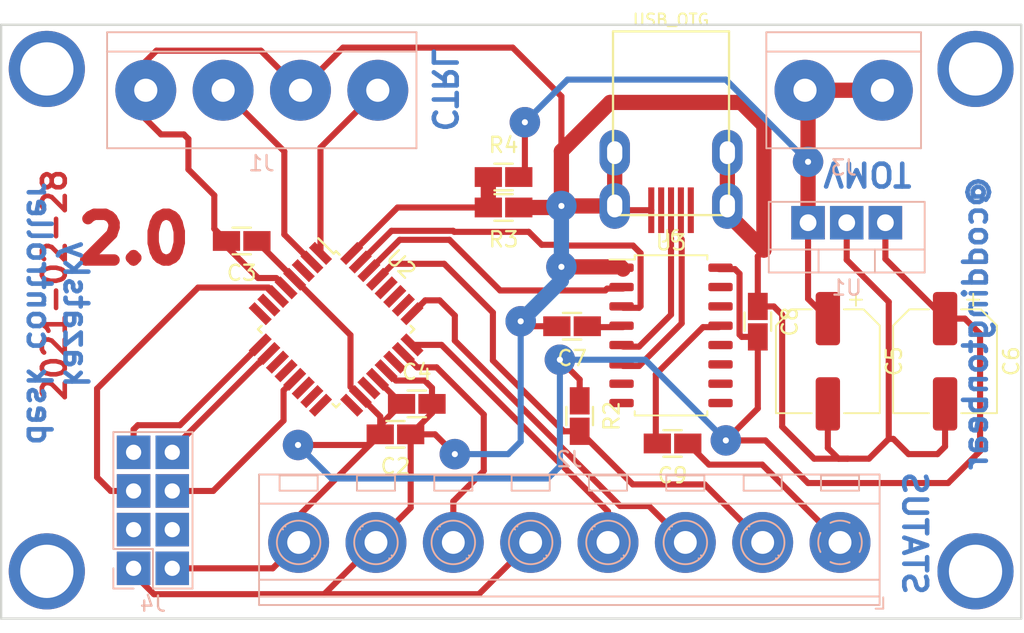
<source format=kicad_pcb>
(kicad_pcb (version 20221018) (generator pcbnew)
  (layers (0 "F.Cu" signal) (31 "B.Cu" signal) (34 "B.Paste" user) (35 "F.Paste" user) (36 "B.SilkS" user "B.Silkscreen") (37 "F.SilkS" user "F.Silkscreen") (38 "B.Mask" user) (39 "F.Mask" user) (44 "Edge.Cuts" user))
  (net 0 "")
  (net 1 "GND")
  (net 2 "+5V")
  (net 3 "Net-(C7-Pad1)")
  (net 4 "Net-(C9-Pad2)")
  (net 5 "USB_RESET")
  (net 6 "CTRL_DOWN")
  (net 7 "+VDC")
  (net 8 "RXD")
  (net 9 "TXD")
  (net 10 "L_EN")
  (net 11 "R_EN")
  (net 12 "L_PWM")
  (net 13 "R_PWM")
  (net 14 "/UD+")
  (net 15 "/UD-")
  (net 16 "VMOT")
  (net 17 "~{LIMIT}")
  (net 18 "USB_RESET_DTR")
  (net 19 "CTRL_UP")
  (net 20 "HALL")
  (net 21 "Net-(J2-Pad3)")
  (footprint "coddingtonbear:UJ2-MIBH-4-SMT" (layer "F.Cu") (at 193 79.5 180)
    (fp_text reference "J6" (at 0 -1.397) (layer "F.SilkS") (effects (font (size 0.762 0.762) (thickness 0.127))))
    (fp_text value "USB_OTG" (at 0 12.827) (layer "F.SilkS") (effects (font (size 0.762 0.762) (thickness 0.127))))
    (fp_line (start -3.81 0) (end -3.81 12.065) (stroke (width 0.15)) (layer "F.SilkS"))
    (fp_line (start -3.81 0) (end 3.81 0) (stroke (width 0.15)) (layer "F.SilkS"))
    (fp_line (start -3.81 12.065) (end 3.81 12.065) (stroke (width 0.15)) (layer "F.SilkS"))
    (fp_line (start 3.81 0) (end 3.81 12.065) (stroke (width 0.15)) (layer "F.SilkS"))
    (pad "1" smd rect (at -1.29794 0.32004 180) (size 0.39878 3) (layers "F.Cu" "F.Paste" "F.Mask") (clearance 0.2032))
    (pad "2" smd rect (at -0.6477 0.32004 180) (size 0.39878 3) (layers "F.Cu" "F.Paste" "F.Mask") (net 15 "/UD-") (clearance 0.2032))
    (pad "3" smd rect (at 0 0.32004 180) (size 0.39878 3) (layers "F.Cu" "F.Paste" "F.Mask") (net 14 "/UD+") (clearance 0.2032))
    (pad "4" smd rect (at 0.6477 0.32004 180) (size 0.39878 3) (layers "F.Cu" "F.Paste" "F.Mask") (clearance 0.2032))
    (pad "5" smd rect (at 1.29794 0.32004 180) (size 0.39878 3) (layers "F.Cu" "F.Paste" "F.Mask") (net 1 "GND") (clearance 0.2032))
    (pad "6" thru_hole oval (at -3.7 0.6 180) (size 2 3) (drill oval 1 1.5) (layers "*.Cu" "*.Mask") (net 1 "GND"))
    (pad "6" thru_hole oval (at -3.7 4.1 180) (size 2 3) (drill oval 1 1.5) (layers "*.Cu" "*.Mask") (net 1 "GND"))
    (pad "6" thru_hole oval (at 3.7 0.6 180) (size 2 3) (drill oval 1 1.5) (layers "*.Cu" "*.Mask") (net 1 "GND"))
    (pad "6" thru_hole oval (at 3.7 4.1 180) (size 2 3) (drill oval 1 1.5) (layers "*.Cu" "*.Mask") (net 1 "GND"))
  )
  (footprint "coddingtonbear:0805_Milling" (layer "F.Cu") (at 164.8 81.2 180)
    (fp_text reference "C3" (at 0 -2.1 180) (layer "F.SilkS"))
    (fp_text value "0.1u")
    (fp_line (start -0.6 -0.875) (end 0.6 -0.875) (stroke (width 0.15)) (layer "F.SilkS"))
    (fp_line (start 0.6 0.875) (end -0.6 0.875) (stroke (width 0.15)) (layer "F.SilkS"))
    (pad "1" smd rect (at -1 0 180) (size 1.79 1.3) (layers "F.Cu" "F.Paste" "F.Mask") (net 2 "+5V"))
    (pad "2" smd rect (at 1 0 180) (size 1.79 1.3) (layers "F.Cu" "F.Paste" "F.Mask") (net 1 "GND"))
  )
  (footprint "coddingtonbear:0805_Milling" (layer "F.Cu") (at 176.3 91.9)
    (fp_text reference "C4" (at 0 -2.1) (layer "F.SilkS"))
    (fp_text value "0.1u")
    (fp_line (start -0.6 -0.875) (end 0.6 -0.875) (stroke (width 0.15)) (layer "F.SilkS"))
    (fp_line (start 0.6 0.875) (end -0.6 0.875) (stroke (width 0.15)) (layer "F.SilkS"))
    (pad "1" smd rect (at -1 0) (size 1.79 1.3) (layers "F.Cu" "F.Paste" "F.Mask") (net 2 "+5V"))
    (pad "2" smd rect (at 1 0) (size 1.79 1.3) (layers "F.Cu" "F.Paste" "F.Mask") (net 1 "GND"))
  )
  (footprint "coddingtonbear:0805_Milling" (layer "F.Cu") (at 186.5 86.8 180)
    (fp_text reference "C7" (at 0 -2.1 180) (layer "F.SilkS"))
    (fp_text value "0.1u")
    (fp_line (start -0.6 -0.875) (end 0.6 -0.875) (stroke (width 0.15)) (layer "F.SilkS"))
    (fp_line (start 0.6 0.875) (end -0.6 0.875) (stroke (width 0.15)) (layer "F.SilkS"))
    (pad "1" smd rect (at -1 0 180) (size 1.79 1.3) (layers "F.Cu" "F.Paste" "F.Mask") (net 3 "Net-(C7-Pad1)"))
    (pad "2" smd rect (at 1 0 180) (size 1.79 1.3) (layers "F.Cu" "F.Paste" "F.Mask") (net 1 "GND"))
  )
  (footprint "coddingtonbear:0805_Milling" (layer "F.Cu") (at 198.7 86.5 -90)
    (fp_text reference "C8" (at 0 -2.1 270) (layer "F.SilkS"))
    (fp_text value "0.1u")
    (fp_line (start -0.6 -0.875) (end 0.6 -0.875) (stroke (width 0.15)) (layer "F.SilkS"))
    (fp_line (start 0.6 0.875) (end -0.6 0.875) (stroke (width 0.15)) (layer "F.SilkS"))
    (pad "1" smd rect (at -1 0 270) (size 1.79 1.3) (layers "F.Cu" "F.Paste" "F.Mask") (net 1 "GND"))
    (pad "2" smd rect (at 1 0 270) (size 1.79 1.3) (layers "F.Cu" "F.Paste" "F.Mask") (net 2 "+5V"))
  )
  (footprint "coddingtonbear:0805_Milling" (layer "F.Cu") (at 193.1 94.5 180)
    (fp_text reference "C9" (at 0 -2.1) (layer "F.SilkS"))
    (fp_text value "0.1u")
    (fp_line (start -0.6 -0.875) (end 0.6 -0.875) (stroke (width 0.15)) (layer "F.SilkS"))
    (fp_line (start 0.6 0.875) (end -0.6 0.875) (stroke (width 0.15)) (layer "F.SilkS"))
    (pad "1" smd rect (at -1 0 180) (size 1.79 1.3) (layers "F.Cu" "F.Paste" "F.Mask") (net 18 "USB_RESET_DTR"))
    (pad "2" smd rect (at 1 0 180) (size 1.79 1.3) (layers "F.Cu" "F.Paste" "F.Mask") (net 4 "Net-(C9-Pad2)"))
  )
  (footprint "coddingtonbear:0805_Milling" (layer "F.Cu") (at 187 92.7 -90)
    (fp_text reference "R2" (at 0 -2.1 90) (layer "F.SilkS"))
    (fp_text value "100k")
    (fp_line (start -0.6 -0.875) (end 0.6 -0.875) (stroke (width 0.15)) (layer "F.SilkS"))
    (fp_line (start 0.6 0.875) (end -0.6 0.875) (stroke (width 0.15)) (layer "F.SilkS"))
    (pad "1" smd rect (at -1 0 270) (size 1.79 1.3) (layers "F.Cu" "F.Paste" "F.Mask") (net 2 "+5V"))
    (pad "2" smd rect (at 1 0 270) (size 1.79 1.3) (layers "F.Cu" "F.Paste" "F.Mask") (net 5 "USB_RESET"))
  )
  (footprint "coddingtonbear:0805_Milling" (layer "F.Cu") (at 174.9 93.9 180)
    (fp_text reference "C2" (at 0 -2.1 180) (layer "F.SilkS"))
    (fp_text value "0.1u")
    (fp_line (start -0.6 -0.875) (end 0.6 -0.875) (stroke (width 0.15)) (layer "F.SilkS"))
    (fp_line (start 0.6 0.875) (end -0.6 0.875) (stroke (width 0.15)) (layer "F.SilkS"))
    (pad "1" smd rect (at -1 0 180) (size 1.79 1.3) (layers "F.Cu" "F.Paste" "F.Mask") (net 1 "GND"))
    (pad "2" smd rect (at 1 0 180) (size 1.79 1.3) (layers "F.Cu" "F.Paste" "F.Mask") (net 2 "+5V"))
  )
  (footprint "Package_QFP:TQFP-32_7x7mm_P0.8mm" (layer "F.Cu") (at 171 87 -45)
    (fp_text reference "U2" (at 0 -6.05 315) (layer "F.SilkS"))
    (fp_text value "ATmega328PB-AU")
    (fp_line (start -3.625 -3.625) (end -3.625 -3.4) (stroke (width 0.15)) (layer "F.SilkS"))
    (fp_line (start -3.625 -3.625) (end -3.3 -3.625) (stroke (width 0.15)) (layer "F.SilkS"))
    (fp_line (start -3.625 -3.4) (end -5.05 -3.4) (stroke (width 0.15)) (layer "F.SilkS"))
    (fp_line (start -3.625 3.625) (end -3.625 3.3) (stroke (width 0.15)) (layer "F.SilkS"))
    (fp_line (start -3.625 3.625) (end -3.3 3.625) (stroke (width 0.15)) (layer "F.SilkS"))
    (fp_line (start 3.625 -3.625) (end 3.3 -3.625) (stroke (width 0.15)) (layer "F.SilkS"))
    (fp_line (start 3.625 -3.625) (end 3.625 -3.3) (stroke (width 0.15)) (layer "F.SilkS"))
    (fp_line (start 3.625 3.625) (end 3.3 3.625) (stroke (width 0.15)) (layer "F.SilkS"))
    (fp_line (start 3.625 3.625) (end 3.625 3.3) (stroke (width 0.15)) (layer "F.SilkS"))
    (pad "1" smd rect (at -4.25 -2.8 315) (size 1.6 0.55) (layers "F.Cu" "F.Paste" "F.Mask") (net 19 "CTRL_UP"))
    (pad "2" smd rect (at -4.25 -2 315) (size 1.6 0.55) (layers "F.Cu" "F.Paste" "F.Mask") (net 6 "CTRL_DOWN"))
    (pad "3" smd rect (at -4.25 -1.2 315) (size 1.6 0.55) (layers "F.Cu" "F.Paste" "F.Mask"))
    (pad "4" smd rect (at -4.25 -0.4 315) (size 1.6 0.55) (layers "F.Cu" "F.Paste" "F.Mask") (net 2 "+5V"))
    (pad "5" smd rect (at -4.25 0.4 315) (size 1.6 0.55) (layers "F.Cu" "F.Paste" "F.Mask") (net 1 "GND"))
    (pad "6" smd rect (at -4.25 1.2 315) (size 1.6 0.55) (layers "F.Cu" "F.Paste" "F.Mask") (net 10 "L_EN"))
    (pad "7" smd rect (at -4.25 2 315) (size 1.6 0.55) (layers "F.Cu" "F.Paste" "F.Mask"))
    (pad "8" smd rect (at -4.25 2.8 315) (size 1.6 0.55) (layers "F.Cu" "F.Paste" "F.Mask"))
    (pad "9" smd rect (at -2.8 4.25 45) (size 1.6 0.55) (layers "F.Cu" "F.Paste" "F.Mask") (net 12 "L_PWM"))
    (pad "10" smd rect (at -2 4.25 45) (size 1.6 0.55) (layers "F.Cu" "F.Paste" "F.Mask") (net 13 "R_PWM"))
    (pad "11" smd rect (at -1.2 4.25 45) (size 1.6 0.55) (layers "F.Cu" "F.Paste" "F.Mask"))
    (pad "12" smd rect (at -0.4 4.25 45) (size 1.6 0.55) (layers "F.Cu" "F.Paste" "F.Mask"))
    (pad "13" smd rect (at 0.4 4.25 45) (size 1.6 0.55) (layers "F.Cu" "F.Paste" "F.Mask") (net 11 "R_EN"))
    (pad "14" smd rect (at 1.2 4.25 45) (size 1.6 0.55) (layers "F.Cu" "F.Paste" "F.Mask"))
    (pad "15" smd rect (at 2 4.25 45) (size 1.6 0.55) (layers "F.Cu" "F.Paste" "F.Mask"))
    (pad "16" smd rect (at 2.8 4.25 45) (size 1.6 0.55) (layers "F.Cu" "F.Paste" "F.Mask"))
    (pad "17" smd rect (at 4.25 2.8 315) (size 1.6 0.55) (layers "F.Cu" "F.Paste" "F.Mask"))
    (pad "18" smd rect (at 4.25 2 315) (size 1.6 0.55) (layers "F.Cu" "F.Paste" "F.Mask") (net 2 "+5V"))
    (pad "19" smd rect (at 4.25 1.2 315) (size 1.6 0.55) (layers "F.Cu" "F.Paste" "F.Mask"))
    (pad "20" smd rect (at 4.25 0.4 315) (size 1.6 0.55) (layers "F.Cu" "F.Paste" "F.Mask") (net 2 "+5V"))
    (pad "21" smd rect (at 4.25 -0.4 315) (size 1.6 0.55) (layers "F.Cu" "F.Paste" "F.Mask") (net 1 "GND"))
    (pad "22" smd rect (at 4.25 -1.2 315) (size 1.6 0.55) (layers "F.Cu" "F.Paste" "F.Mask"))
    (pad "23" smd rect (at 4.25 -2 315) (size 1.6 0.55) (layers "F.Cu" "F.Paste" "F.Mask") (net 20 "HALL"))
    (pad "24" smd rect (at 4.25 -2.8 315) (size 1.6 0.55) (layers "F.Cu" "F.Paste" "F.Mask") (net 17 "~{LIMIT}"))
    (pad "25" smd rect (at 2.8 -4.25 45) (size 1.6 0.55) (layers "F.Cu" "F.Paste" "F.Mask") (net 21 "Net-(J2-Pad3)"))
    (pad "26" smd rect (at 2 -4.25 45) (size 1.6 0.55) (layers "F.Cu" "F.Paste" "F.Mask"))
    (pad "27" smd rect (at 1.2 -4.25 45) (size 1.6 0.55) (layers "F.Cu" "F.Paste" "F.Mask"))
    (pad "28" smd rect (at 0.4 -4.25 45) (size 1.6 0.55) (layers "F.Cu" "F.Paste" "F.Mask"))
    (pad "29" smd rect (at -0.4 -4.25 45) (size 1.6 0.55) (layers "F.Cu" "F.Paste" "F.Mask") (net 5 "USB_RESET"))
    (pad "30" smd rect (at -1.2 -4.25 45) (size 1.6 0.55) (layers "F.Cu" "F.Paste" "F.Mask") (net 8 "RXD"))
    (pad "31" smd rect (at -2 -4.25 45) (size 1.6 0.55) (layers "F.Cu" "F.Paste" "F.Mask") (net 9 "TXD"))
    (pad "32" smd rect (at -2.8 -4.25 45) (size 1.6 0.55) (layers "F.Cu" "F.Paste" "F.Mask") (net 16 "VMOT"))
  )
  (footprint "coddingtonbear:0805_Milling" (layer "F.Cu") (at 182 79 180)
    (fp_text reference "R3" (at 0 -2.1 180) (layer "F.SilkS"))
    (fp_text value "3.4k")
    (fp_line (start -0.6 -0.875) (end 0.6 -0.875) (stroke (width 0.15)) (layer "F.SilkS"))
    (fp_line (start 0.6 0.875) (end -0.6 0.875) (stroke (width 0.15)) (layer "F.SilkS"))
    (pad "1" smd rect (at -1 0 180) (size 1.79 1.3) (layers "F.Cu" "F.Paste" "F.Mask") (net 1 "GND"))
    (pad "2" smd rect (at 1 0 180) (size 1.79 1.3) (layers "F.Cu" "F.Paste" "F.Mask") (net 16 "VMOT"))
  )
  (footprint "coddingtonbear:0805_Milling" (layer "F.Cu") (at 182 77)
    (fp_text reference "R4" (at 0 -2.1) (layer "F.SilkS"))
    (fp_text value "10.2k")
    (fp_line (start -0.6 -0.875) (end 0.6 -0.875) (stroke (width 0.15)) (layer "F.SilkS"))
    (fp_line (start 0.6 0.875) (end -0.6 0.875) (stroke (width 0.15)) (layer "F.SilkS"))
    (pad "1" smd rect (at -1 0) (size 1.79 1.3) (layers "F.Cu" "F.Paste" "F.Mask") (net 16 "VMOT"))
    (pad "2" smd rect (at 1 0) (size 1.79 1.3) (layers "F.Cu" "F.Paste" "F.Mask") (net 7 "+VDC"))
  )
  (footprint "Package_SO:SOIC-16_4.55x10.3mm_P1.27mm" (layer "F.Cu") (at 193 87.4)
    (fp_text reference "U3" (at 0 -6.1) (layer "F.SilkS"))
    (fp_text value "CH340B")
    (fp_line (start -2.385 -5.26) (end -2.385 -4.98) (stroke (width 0.12)) (layer "F.SilkS"))
    (fp_line (start -2.385 -4.98) (end -4.05 -4.98) (stroke (width 0.12)) (layer "F.SilkS"))
    (fp_line (start -2.385 5.26) (end -2.385 4.98) (stroke (width 0.12)) (layer "F.SilkS"))
    (fp_line (start 0 -5.26) (end -2.385 -5.26) (stroke (width 0.12)) (layer "F.SilkS"))
    (fp_line (start 0 -5.26) (end 2.385 -5.26) (stroke (width 0.12)) (layer "F.SilkS"))
    (fp_line (start 0 5.26) (end -2.385 5.26) (stroke (width 0.12)) (layer "F.SilkS"))
    (fp_line (start 0 5.26) (end 2.385 5.26) (stroke (width 0.12)) (layer "F.SilkS"))
    (fp_line (start 2.385 -5.26) (end 2.385 -4.98) (stroke (width 0.12)) (layer "F.SilkS"))
    (fp_line (start 2.385 5.26) (end 2.385 4.98) (stroke (width 0.12)) (layer "F.SilkS"))
    (pad "1" smd roundrect (at -3.25 -4.445) (size 1.6 0.55) (layers "F.Cu" "F.Paste" "F.Mask") (net 1 "GND"))
    (pad "2" smd roundrect (at -3.25 -3.175) (size 1.6 0.55) (layers "F.Cu" "F.Paste" "F.Mask") (net 8 "RXD"))
    (pad "3" smd roundrect (at -3.25 -1.905) (size 1.6 0.55) (layers "F.Cu" "F.Paste" "F.Mask") (net 9 "TXD"))
    (pad "4" smd roundrect (at -3.25 -0.635) (size 1.6 0.55) (layers "F.Cu" "F.Paste" "F.Mask") (net 3 "Net-(C7-Pad1)"))
    (pad "5" smd roundrect (at -3.25 0.635) (size 1.6 0.55) (layers "F.Cu" "F.Paste" "F.Mask") (net 14 "/UD+"))
    (pad "6" smd roundrect (at -3.25 1.905) (size 1.6 0.55) (layers "F.Cu" "F.Paste" "F.Mask") (net 15 "/UD-"))
    (pad "7" smd roundrect (at -3.25 3.175) (size 1.6 0.55) (layers "F.Cu" "F.Paste" "F.Mask"))
    (pad "8" smd roundrect (at -3.25 4.445) (size 1.6 0.55) (layers "F.Cu" "F.Paste" "F.Mask"))
    (pad "9" smd roundrect (at 3.25 4.445) (size 1.6 0.55) (layers "F.Cu" "F.Paste" "F.Mask"))
    (pad "10" smd roundrect (at 3.25 3.175) (size 1.6 0.55) (layers "F.Cu" "F.Paste" "F.Mask"))
    (pad "11" smd roundrect (at 3.25 1.905) (size 1.6 0.55) (layers "F.Cu" "F.Paste" "F.Mask"))
    (pad "12" smd roundrect (at 3.25 0.635) (size 1.6 0.55) (layers "F.Cu" "F.Paste" "F.Mask"))
    (pad "13" smd roundrect (at 3.25 -0.635) (size 1.6 0.55) (layers "F.Cu" "F.Paste" "F.Mask") (net 4 "Net-(C9-Pad2)"))
    (pad "14" smd roundrect (at 3.25 -1.905) (size 1.6 0.55) (layers "F.Cu" "F.Paste" "F.Mask"))
    (pad "15" smd roundrect (at 3.25 -3.175) (size 1.6 0.55) (layers "F.Cu" "F.Paste" "F.Mask"))
    (pad "16" smd roundrect (at 3.25 -4.445) (size 1.6 0.55) (layers "F.Cu" "F.Paste" "F.Mask") (net 2 "+5V"))
  )
  (footprint "Capacitor_SMD:CP_Elec_6.3x5.4" (layer "F.Cu") (at 203.3 89.1 -90)
    (fp_text reference "C5" (at 0 -4.35 90) (layer "F.SilkS"))
    (fp_text value "100u")
    (fp_line (start -4.4375 -1.8475) (end -3.65 -1.8475) (stroke (width 0.12)) (layer "F.SilkS"))
    (fp_line (start -4.04375 -2.24125) (end -4.04375 -1.45375) (stroke (width 0.12)) (layer "F.SilkS"))
    (fp_line (start -3.41 -2.345563) (end -3.41 -1.06) (stroke (width 0.12)) (layer "F.SilkS"))
    (fp_line (start -3.41 -2.345563) (end -2.345563 -3.41) (stroke (width 0.12)) (layer "F.SilkS"))
    (fp_line (start -3.41 2.345563) (end -3.41 1.06) (stroke (width 0.12)) (layer "F.SilkS"))
    (fp_line (start -3.41 2.345563) (end -2.345563 3.41) (stroke (width 0.12)) (layer "F.SilkS"))
    (fp_line (start -2.345563 -3.41) (end 3.41 -3.41) (stroke (width 0.12)) (layer "F.SilkS"))
    (fp_line (start -2.345563 3.41) (end 3.41 3.41) (stroke (width 0.12)) (layer "F.SilkS"))
    (fp_line (start 3.41 -3.41) (end 3.41 -1.06) (stroke (width 0.12)) (layer "F.SilkS"))
    (fp_line (start 3.41 3.41) (end 3.41 1.06) (stroke (width 0.12)) (layer "F.SilkS"))
    (pad "1" smd roundrect (at -2.8 0 270) (size 3.5 1.6) (layers "F.Cu" "F.Paste" "F.Mask") (roundrect_rratio 0.15625) (net 7 "+VDC"))
    (pad "2" smd roundrect (at 2.8 0 270) (size 3.5 1.6) (layers "F.Cu" "F.Paste" "F.Mask") (roundrect_rratio 0.15625) (net 1 "GND"))
  )
  (footprint "Capacitor_SMD:CP_Elec_6.3x5.4" (layer "F.Cu") (at 211 89.1 -90)
    (fp_text reference "C6" (at 0 -4.35 90) (layer "F.SilkS"))
    (fp_text value "100u")
    (fp_line (start -4.4375 -1.8475) (end -3.65 -1.8475) (stroke (width 0.12)) (layer "F.SilkS"))
    (fp_line (start -4.04375 -2.24125) (end -4.04375 -1.45375) (stroke (width 0.12)) (layer "F.SilkS"))
    (fp_line (start -3.41 -2.345563) (end -3.41 -1.06) (stroke (width 0.12)) (layer "F.SilkS"))
    (fp_line (start -3.41 -2.345563) (end -2.345563 -3.41) (stroke (width 0.12)) (layer "F.SilkS"))
    (fp_line (start -3.41 2.345563) (end -3.41 1.06) (stroke (width 0.12)) (layer "F.SilkS"))
    (fp_line (start -3.41 2.345563) (end -2.345563 3.41) (stroke (width 0.12)) (layer "F.SilkS"))
    (fp_line (start -2.345563 -3.41) (end 3.41 -3.41) (stroke (width 0.12)) (layer "F.SilkS"))
    (fp_line (start -2.345563 3.41) (end 3.41 3.41) (stroke (width 0.12)) (layer "F.SilkS"))
    (fp_line (start 3.41 -3.41) (end 3.41 -1.06) (stroke (width 0.12)) (layer "F.SilkS"))
    (fp_line (start 3.41 3.41) (end 3.41 1.06) (stroke (width 0.12)) (layer "F.SilkS"))
    (pad "1" smd roundrect (at -2.8 0 270) (size 3.5 1.6) (layers "F.Cu" "F.Paste" "F.Mask") (roundrect_rratio 0.15625) (net 2 "+5V"))
    (pad "2" smd roundrect (at 2.8 0 270) (size 3.5 1.6) (layers "F.Cu" "F.Paste" "F.Mask") (roundrect_rratio 0.15625) (net 1 "GND"))
  )
  (footprint "TerminalBlock:TerminalBlock_bornier-4_P5.08mm" (layer "B.Cu") (at 158.5 71.3)
    (fp_text reference "J1" (at 7.6 4.8) (layer "B.SilkS") (effects (justify mirror)))
    (fp_text value "CTRL")
    (fp_line (start -2.54 -3.81) (end 17.78 -3.81) (stroke (width 0.12)) (layer "B.SilkS"))
    (fp_line (start -2.54 3.81) (end -2.54 -3.81) (stroke (width 0.12)) (layer "B.SilkS"))
    (fp_line (start -2.54 3.81) (end 17.78 3.81) (stroke (width 0.12)) (layer "B.SilkS"))
    (fp_line (start 17.78 -3.81) (end 17.78 3.81) (stroke (width 0.12)) (layer "B.SilkS"))
    (fp_line (start 17.78 -2.54) (end -2.54 -2.54) (stroke (width 0.12)) (layer "B.SilkS"))
    (pad "1" thru_hole circle (at 0 0) (size 4 4) (drill 1.52) (layers "*.Cu" "*.Mask") (net 1 "GND"))
    (pad "2" thru_hole circle (at 5.08 0) (size 4 4) (drill 1.52) (layers "*.Cu" "*.Mask") (net 6 "CTRL_DOWN"))
    (pad "3" thru_hole circle (at 10.16 0) (size 4 4) (drill 1.52) (layers "*.Cu" "*.Mask") (net 1 "GND"))
    (pad "4" thru_hole circle (at 15.24 0) (size 4 4) (drill 1.52) (layers "*.Cu" "*.Mask") (net 19 "CTRL_UP"))
  )
  (footprint "TerminalBlock:TerminalBlock_bornier-2_P5.08mm" (layer "B.Cu") (at 201.8 71.3)
    (fp_text reference "J3" (at 2.54 5.08) (layer "B.SilkS") (effects (justify mirror)))
    (fp_text value "VMOT")
    (fp_line (start -2.54 -3.81) (end 7.62 -3.81) (stroke (width 0.12)) (layer "B.SilkS"))
    (fp_line (start -2.54 3.81) (end -2.54 -3.81) (stroke (width 0.12)) (layer "B.SilkS"))
    (fp_line (start 7.62 -3.81) (end 7.62 3.81) (stroke (width 0.12)) (layer "B.SilkS"))
    (fp_line (start 7.62 -2.54) (end -2.54 -2.54) (stroke (width 0.12)) (layer "B.SilkS"))
    (fp_line (start 7.62 3.81) (end -2.54 3.81) (stroke (width 0.12)) (layer "B.SilkS"))
    (pad "1" thru_hole circle (at 0 0) (size 4 4) (drill 1.52) (layers "*.Cu" "*.Mask") (net 7 "+VDC"))
    (pad "2" thru_hole circle (at 5.08 0) (size 4 4) (drill 1.52) (layers "*.Cu" "*.Mask") (net 7 "+VDC"))
  )
  (footprint "Package_TO_SOT_THT:TO-220-3_Vertical" (layer "B.Cu") (at 202 80)
    (fp_text reference "U1" (at 2.54 4.27) (layer "B.SilkS") (effects (justify mirror)))
    (fp_text value "L7805")
    (fp_line (start -2.58 -1.371) (end 7.66 -1.371) (stroke (width 0.12)) (layer "B.SilkS"))
    (fp_line (start -2.58 1.76) (end 7.66 1.76) (stroke (width 0.12)) (layer "B.SilkS"))
    (fp_line (start -2.58 3.27) (end -2.58 -1.371) (stroke (width 0.12)) (layer "B.SilkS"))
    (fp_line (start -2.58 3.27) (end 7.66 3.27) (stroke (width 0.12)) (layer "B.SilkS"))
    (fp_line (start 0.69 3.27) (end 0.69 1.76) (stroke (width 0.12)) (layer "B.SilkS"))
    (fp_line (start 4.391 3.27) (end 4.391 1.76) (stroke (width 0.12)) (layer "B.SilkS"))
    (fp_line (start 7.66 3.27) (end 7.66 -1.371) (stroke (width 0.12)) (layer "B.SilkS"))
    (pad "1" thru_hole rect (at 0 0) (size 2.2 2.2) (drill 1.1) (layers "*.Cu" "*.Mask") (net 7 "+VDC"))
    (pad "2" thru_hole rect (at 2.54 0) (size 2.2 2.2) (drill 1.1) (layers "*.Cu" "*.Mask") (net 1 "GND"))
    (pad "3" thru_hole rect (at 5.08 0) (size 2.2 2.2) (drill 1.1) (layers "*.Cu" "*.Mask") (net 2 "+5V"))
  )
  (footprint "Connector_PinHeader_2.54mm:PinHeader_2x04_P2.54mm_Vertical" (layer "B.Cu") (at 157.7 102.7)
    (fp_text reference "J4" (at 1.27 2.33) (layer "B.SilkS") (effects (justify mirror)))
    (fp_text value "MOTOR")
    (fp_line (start -1.33 -8.95) (end 3.87 -8.95) (stroke (width 0.12)) (layer "B.SilkS"))
    (fp_line (start -1.33 -1.27) (end -1.33 -8.95) (stroke (width 0.12)) (layer "B.SilkS"))
    (fp_line (start -1.33 -1.27) (end 1.27 -1.27) (stroke (width 0.12)) (layer "B.SilkS"))
    (fp_line (start -1.33 0) (end -1.33 1.33) (stroke (width 0.12)) (layer "B.SilkS"))
    (fp_line (start -1.33 1.33) (end 0 1.33) (stroke (width 0.12)) (layer "B.SilkS"))
    (fp_line (start 1.27 -1.27) (end 1.27 1.33) (stroke (width 0.12)) (layer "B.SilkS"))
    (fp_line (start 1.27 1.33) (end 3.87 1.33) (stroke (width 0.12)) (layer "B.SilkS"))
    (fp_line (start 3.87 1.33) (end 3.87 -8.95) (stroke (width 0.12)) (layer "B.SilkS"))
    (pad "1" thru_hole rect (at 0 0) (size 2.2 2.2) (drill 1) (layers "*.Cu" "*.Mask") (net 1 "GND"))
    (pad "2" thru_hole rect (at 2.54 0) (size 2.2 2.2) (drill 1) (layers "*.Cu" "*.Mask") (net 2 "+5V"))
    (pad "3" thru_hole rect (at 0 -2.54) (size 2.2 2.2) (drill 1) (layers "*.Cu" "*.Mask"))
    (pad "4" thru_hole rect (at 2.54 -2.54) (size 2.2 2.2) (drill 1) (layers "*.Cu" "*.Mask"))
    (pad "5" thru_hole rect (at 0 -5.08) (size 2.2 2.2) (drill 1) (layers "*.Cu" "*.Mask") (net 10 "L_EN"))
    (pad "6" thru_hole rect (at 2.54 -5.08) (size 2.2 2.2) (drill 1) (layers "*.Cu" "*.Mask") (net 11 "R_EN"))
    (pad "7" thru_hole rect (at 0 -7.62) (size 2.2 2.2) (drill 1) (layers "*.Cu" "*.Mask") (net 12 "L_PWM"))
    (pad "8" thru_hole rect (at 2.54 -7.62) (size 2.2 2.2) (drill 1) (layers "*.Cu" "*.Mask") (net 13 "R_PWM"))
  )
  (footprint "TerminalBlock_RND:TerminalBlock_RND_205-00238_1x08_P5.08mm_Horizontal" (layer "B.Cu") (at 204.1 101 180)
    (fp_text reference "J2" (at 17.78 5.46 180) (layer "B.SilkS") (effects (justify mirror)))
    (fp_text value "HALL/LIMIT/RST")
    (fp_line (start -2.84 -4.35) (end -2.34 -4.35) (stroke (width 0.12)) (layer "B.SilkS"))
    (fp_line (start -2.84 -3.61) (end -2.84 -4.35) (stroke (width 0.12)) (layer "B.SilkS"))
    (fp_line (start -2.6 -4.11) (end 38.16 -4.11) (stroke (width 0.12)) (layer "B.SilkS"))
    (fp_line (start -2.6 -3.55) (end 38.16 -3.55) (stroke (width 0.12)) (layer "B.SilkS"))
    (fp_line (start -2.6 -2.45) (end 38.16 -2.45) (stroke (width 0.12)) (layer "B.SilkS"))
    (fp_line (start -2.6 2.55) (end 38.16 2.55) (stroke (width 0.12)) (layer "B.SilkS"))
    (fp_line (start -2.6 4.46) (end -2.6 -4.11) (stroke (width 0.12)) (layer "B.SilkS"))
    (fp_line (start -2.6 4.46) (end 38.16 4.46) (stroke (width 0.12)) (layer "B.SilkS"))
    (fp_line (start -1.25 3.4) (end 1.25 3.4) (stroke (width 0.12)) (layer "B.SilkS"))
    (fp_line (start -1.25 4.4) (end -1.25 3.4) (stroke (width 0.12)) (layer "B.SilkS"))
    (fp_line (start -1.25 4.4) (end 1.25 4.4) (stroke (width 0.12)) (layer "B.SilkS"))
    (fp_line (start 1.25 4.4) (end 1.25 3.4) (stroke (width 0.12)) (layer "B.SilkS"))
    (fp_line (start 3.83 3.4) (end 6.33 3.4) (stroke (width 0.12)) (layer "B.SilkS"))
    (fp_line (start 3.83 4.4) (end 3.83 3.4) (stroke (width 0.12)) (layer "B.SilkS"))
    (fp_line (start 3.83 4.4) (end 6.33 4.4) (stroke (width 0.12)) (layer "B.SilkS"))
    (fp_line (start 4.056 -0.85) (end 3.996 -0.91) (stroke (width 0.12)) (layer "B.SilkS"))
    (fp_line (start 4.21 -1.045) (end 4.17 -1.085) (stroke (width 0.12)) (layer "B.SilkS"))
    (fp_line (start 5.991 1.085) (end 5.951 1.045) (stroke (width 0.12)) (layer "B.SilkS"))
    (fp_line (start 6.165 0.91) (end 6.105 0.851) (stroke (width 0.12)) (layer "B.SilkS"))
    (fp_line (start 6.33 4.4) (end 6.33 3.4) (stroke (width 0.12)) (layer "B.SilkS"))
    (fp_line (start 8.91 3.4) (end 11.41 3.4) (stroke (width 0.12)) (layer "B.SilkS"))
    (fp_line (start 8.91 4.4) (end 8.91 3.4) (stroke (width 0.12)) (layer "B.SilkS"))
    (fp_line (start 8.91 4.4) (end 11.41 4.4) (stroke (width 0.12)) (layer "B.SilkS"))
    (fp_line (start 9.136 -0.85) (end 9.076 -0.91) (stroke (width 0.12)) (layer "B.SilkS"))
    (fp_line (start 9.29 -1.045) (end 9.25 -1.085) (stroke (width 0.12)) (layer "B.SilkS"))
    (fp_line (start 11.071 1.085) (end 11.031 1.045) (stroke (width 0.12)) (layer "B.SilkS"))
    (fp_line (start 11.245 0.91) (end 11.185 0.851) (stroke (width 0.12)) (layer "B.SilkS"))
    (fp_line (start 11.41 4.4) (end 11.41 3.4) (stroke (width 0.12)) (layer "B.SilkS"))
    (fp_line (start 13.99 3.4) (end 16.49 3.4) (stroke (width 0.12)) (layer "B.SilkS"))
    (fp_line (start 13.99 4.4) (end 13.99 3.4) (stroke (width 0.12)) (layer "B.SilkS"))
    (fp_line (start 13.99 4.4) (end 16.49 4.4) (stroke (width 0.12)) (layer "B.SilkS"))
    (fp_line (start 14.216 -0.85) (end 14.156 -0.91) (stroke (width 0.12)) (layer "B.SilkS"))
    (fp_line (start 14.37 -1.045) (end 14.33 -1.085) (stroke (width 0.12)) (layer "B.SilkS"))
    (fp_line (start 16.151 1.085) (end 16.111 1.045) (stroke (width 0.12)) (layer "B.SilkS"))
    (fp_line (start 16.325 0.91) (end 16.265 0.851) (stroke (width 0.12)) (layer "B.SilkS"))
    (fp_line (start 16.49 4.4) (end 16.49 3.4) (stroke (width 0.12)) (layer "B.SilkS"))
    (fp_line (start 19.07 3.4) (end 21.57 3.4) (stroke (width 0.12)) (layer "B.SilkS"))
    (fp_line (start 19.07 4.4) (end 19.07 3.4) (stroke (width 0.12)) (layer "B.SilkS"))
    (fp_line (start 19.07 4.4) (end 21.57 4.4) (stroke (width 0.12)) (layer "B.SilkS"))
    (fp_line (start 19.296 -0.85) (end 19.236 -0.91) (stroke (width 0.12)) (layer "B.SilkS"))
    (fp_line (start 19.45 -1.045) (end 19.41 -1.085) (stroke (width 0.12)) (layer "B.SilkS"))
    (fp_line (start 21.231 1.085) (end 21.191 1.045) (stroke (width 0.12)) (layer "B.SilkS"))
    (fp_line (start 21.405 0.91) (end 21.345 0.851) (stroke (width 0.12)) (layer "B.SilkS"))
    (fp_line (start 21.57 4.4) (end 21.57 3.4) (stroke (width 0.12)) (layer "B.SilkS"))
    (fp_line (start 24.15 3.4) (end 26.65 3.4) (stroke (width 0.12)) (layer "B.SilkS"))
    (fp_line (start 24.15 4.4) (end 24.15 3.4) (stroke (width 0.12)) (layer "B.SilkS"))
    (fp_line (start 24.15 4.4) (end 26.65 4.4) (stroke (width 0.12)) (layer "B.SilkS"))
    (fp_line (start 24.376 -0.85) (end 24.316 -0.91) (stroke (width 0.12)) (layer "B.SilkS"))
    (fp_line (start 24.53 -1.045) (end 24.49 -1.085) (stroke (width 0.12)) (layer "B.SilkS"))
    (fp_line (start 26.311 1.085) (end 26.271 1.045) (stroke (width 0.12)) (layer "B.SilkS"))
    (fp_line (start 26.485 0.91) (end 26.425 0.851) (stroke (width 0.12)) (layer "B.SilkS"))
    (fp_line (start 26.65 4.4) (end 26.65 3.4) (stroke (width 0.12)) (layer "B.SilkS"))
    (fp_line (start 29.23 3.4) (end 31.73 3.4) (stroke (width 0.12)) (layer "B.SilkS"))
    (fp_line (start 29.23 4.4) (end 29.23 3.4) (stroke (width 0.12)) (layer "B.SilkS"))
    (fp_line (start 29.23 4.4) (end 31.73 4.4) (stroke (width 0.12)) (layer "B.SilkS"))
    (fp_line (start 29.456 -0.85) (end 29.396 -0.91) (stroke (width 0.12)) (layer "B.SilkS"))
    (fp_line (start 29.61 -1.045) (end 29.57 -1.085) (stroke (width 0.12)) (layer "B.SilkS"))
    (fp_line (start 31.391 1.085) (end 31.351 1.045) (stroke (width 0.12)) (layer "B.SilkS"))
    (fp_line (start 31.565 0.91) (end 31.505 0.851) (stroke (width 0.12)) (layer "B.SilkS"))
    (fp_line (start 31.73 4.4) (end 31.73 3.4) (stroke (width 0.12)) (layer "B.SilkS"))
    (fp_line (start 34.31 3.4) (end 36.81 3.4) (stroke (width 0.12)) (layer "B.SilkS"))
    (fp_line (start 34.31 4.4) (end 34.31 3.4) (stroke (width 0.12)) (layer "B.SilkS"))
    (fp_line (start 34.31 4.4) (end 36.81 4.4) (stroke (width 0.12)) (layer "B.SilkS"))
    (fp_line (start 34.536 -0.85) (end 34.476 -0.91) (stroke (width 0.12)) (layer "B.SilkS"))
    (fp_line (start 34.69 -1.045) (end 34.65 -1.085) (stroke (width 0.12)) (layer "B.SilkS"))
    (fp_line (start 36.471 1.085) (end 36.431 1.045) (stroke (width 0.12)) (layer "B.SilkS"))
    (fp_line (start 36.645 0.91) (end 36.585 0.851) (stroke (width 0.12)) (layer "B.SilkS"))
    (fp_line (start 36.81 4.4) (end 36.81 3.4) (stroke (width 0.12)) (layer "B.SilkS"))
    (fp_line (start 38.16 4.46) (end 38.16 -4.11) (stroke (width 0.12)) (layer "B.SilkS"))
    (fp_arc (start -1.286 0.628) (mid -1.431146 0.000698) (end -1.286611 -0.626746) (stroke (width 0.12)) (layer "B.SilkS"))
    (fp_arc (start -0.628 -1.286) (mid -0.310437 -1.397071) (end 0.02428 -1.43094) (stroke (width 0.12)) (layer "B.SilkS"))
    (fp_arc (start 0 -1.43) (mid 0.32168 -1.393349) (end 0.626871 -1.285275) (stroke (width 0.12)) (layer "B.SilkS"))
    (fp_arc (start 0.627 1.286) (mid -0.000201 1.430708) (end -0.627362 1.285823) (stroke (width 0.12)) (layer "B.SilkS"))
    (fp_arc (start 1.286 -0.627) (mid 1.430708 0.000201) (end 1.285823 0.627362) (stroke (width 0.12)) (layer "B.SilkS"))
    (fp_circle (center 5.08 0) (end 6.51 0) (stroke (width 0.12)) (fill none) (layer "B.SilkS"))
    (fp_circle (center 10.16 0) (end 11.59 0) (stroke (width 0.12)) (fill none) (layer "B.SilkS"))
    (fp_circle (center 15.24 0) (end 16.67 0) (stroke (width 0.12)) (fill none) (layer "B.SilkS"))
    (fp_circle (center 20.32 0) (end 21.75 0) (stroke (width 0.12)) (fill none) (layer "B.SilkS"))
    (fp_circle (center 25.4 0) (end 26.83 0) (stroke (width 0.12)) (fill none) (layer "B.SilkS"))
    (fp_circle (center 30.48 0) (end 31.91 0) (stroke (width 0.12)) (fill none) (layer "B.SilkS"))
    (fp_circle (center 35.56 0) (end 36.99 0) (stroke (width 0.12)) (fill none) (layer "B.SilkS"))
    (pad "1" thru_hole circle (at 0 0 180) (size 4 4) (drill 1.5) (layers "*.Cu" "*.Mask") (net 18 "USB_RESET_DTR"))
    (pad "2" thru_hole circle (at 5.08 0 180) (size 4 4) (drill 1.5) (layers "*.Cu" "*.Mask") (net 5 "USB_RESET"))
    (pad "3" thru_hole circle (at 10.16 0 180) (size 4 4) (drill 1.5) (layers "*.Cu" "*.Mask") (net 21 "Net-(J2-Pad3)"))
    (pad "4" thru_hole circle (at 15.24 0 180) (size 4 4) (drill 1.5) (layers "*.Cu" "*.Mask") (net 17 "~{LIMIT}"))
    (pad "5" thru_hole circle (at 20.32 0 180) (size 4 4) (drill 1.5) (layers "*.Cu" "*.Mask") (net 1 "GND"))
    (pad "6" thru_hole circle (at 25.4 0 180) (size 4 4) (drill 1.5) (layers "*.Cu" "*.Mask") (net 20 "HALL"))
    (pad "7" thru_hole circle (at 30.48 0 180) (size 4 4) (drill 1.5) (layers "*.Cu" "*.Mask") (net 1 "GND"))
    (pad "8" thru_hole circle (at 35.56 0 180) (size 4 4) (drill 1.5) (layers "*.Cu" "*.Mask") (net 2 "+5V"))
  )
  (gr_line (start 149 67) (end 149 106) (stroke (width 0.15)) (layer "Edge.Cuts"))
  (gr_line (start 216 106) (end 216 67) (stroke (width 0.15)) (layer "Edge.Cuts"))
  (gr_line (start 149 106) (end 216 106) (stroke (width 0.15)) (layer "Edge.Cuts"))
  (gr_line (start 216 67) (end 149 67) (stroke (width 0.15)) (layer "Edge.Cuts"))
  (gr_text "2021-02-28" (at 152.5 84.1 90) (layer "F.Cu") (effects (font (size 1.5 1.5) (thickness 0.3))))
  (gr_text "2.0" (at 157.7 81.1) (layer "F.Cu") (effects (font (size 3 3) (thickness 0.75))))
  (gr_text "STATUS" (at 209 100.4 -90) (layer "B.Cu") (effects (font (size 1.5 1.5) (thickness 0.3)) (justify mirror)))
  (gr_text "VMOT" (at 205.9 76.8 180) (layer "B.Cu") (effects (font (size 1.5 1.5) (thickness 0.3)) (justify mirror)))
  (gr_text "@coddingtonbear" (at 213 86.6 90) (layer "B.Cu") (effects (font (size 1.5 1.5) (thickness 0.3)) (justify mirror)))
  (gr_text "CTRL" (at 178.1 71.3 270) (layer "B.Cu") (effects (font (size 1.5 1.5) (thickness 0.3)) (justify mirror)))
  (gr_text "kazatsky\ndesk controller" (at 152.7 86 270) (layer "B.Cu") (effects (font (size 1.5 1.5) (thickness 0.3)) (justify mirror)))
  (via (at 213 102.9) (size 5) (drill 3.5) (layers "F.Cu" "B.Cu") (net 0))
  (via (at 213 69.9) (size 5) (drill 3.5) (layers "F.Cu" "B.Cu") (net 0))
  (via (at 152 69.9) (size 5) (drill 3.5) (layers "F.Cu" "B.Cu") (net 0))
  (via (at 152 102.9) (size 5) (drill 3.5) (layers "F.Cu" "B.Cu") (net 0))
  (segment (start 173.62 101) (end 175.9 98.72) (width 0.4) (layer "F.Cu") (net 1))
  (segment (start 171.46 68.5) (end 168.66 71.3) (width 0.4) (layer "F.Cu") (net 1))
  (segment (start 175.9 93.9) (end 177.5 93.9) (width 0.4) (layer "F.Cu") (net 1))
  (segment (start 189 72.1) (end 197.6 72.1) (width 1) (layer "F.Cu") (net 1))
  (segment (start 204.54 80) (end 204.54 82.44) (width 0.4) (layer "F.Cu") (net 1))
  (segment (start 157.7 102.7) (end 157.7 103.062002) (width 0.4) (layer "F.Cu") (net 1))
  (segment (start 159.2 68.7) (end 158.5 69.4) (width 0.4) (layer "F.Cu") (net 1))
  (segment (start 183 79) (end 185.7 79) (width 1) (layer "F.Cu") (net 1))
  (segment (start 207.3 94.2) (end 207.6 94.2) (width 0.4) (layer "F.Cu") (net 1))
  (segment (start 207.3 94.2) (end 206 95.5) (width 0.4) (layer "F.Cu") (net 1))
  (segment (start 159.5 74.2) (end 161 74.2) (width 0.4) (layer "F.Cu") (net 1))
  (segment (start 185.8 82.9) (end 189.7 82.9) (width 1) (layer "F.Cu") (net 1))
  (segment (start 202.4 95.5) (end 204.6 95.5) (width 0.4) (layer "F.Cu") (net 1))
  (segment (start 207.3 85.2) (end 207.3 94.2) (width 0.4) (layer "F.Cu") (net 1))
  (segment (start 159.037998 104.4) (end 170.22 104.4) (width 0.4) (layer "F.Cu") (net 1))
  (segment (start 163 78.2) (end 161.3 76.5) (width 0.4) (layer "F.Cu") (net 1))
  (segment (start 189.3 78.9) (end 189.3 75.4) (width 1) (layer "F.Cu") (net 1))
  (segment (start 191.70206 79.17996) (end 189.57996 79.17996) (width 0.4) (layer "F.Cu") (net 1))
  (segment (start 189.3 78.9) (end 185.8 78.9) (width 1) (layer "F.Cu") (net 1))
  (segment (start 161 74.2) (end 161.3 74.5) (width 0.4) (layer "F.Cu") (net 1))
  (segment (start 174.288047 89.722361) (end 174.932512 90.366826) (width 0.4) (layer "F.Cu") (net 1))
  (segment (start 200.3 86.05) (end 200.3 93.4) (width 0.4) (layer "F.Cu") (net 1))
  (segment (start 198.7 85.5) (end 198.7 82.2) (width 0.4) (layer "F.Cu") (net 1))
  (segment (start 176.816826 90.366826) (end 177.3 90.85) (width 0.4) (layer "F.Cu") (net 1))
  (segment (start 175.9 93.9) (end 177.3 92.5) (width 0.4) (layer "F.Cu") (net 1))
  (segment (start 211 94.7) (end 211 91.9) (width 0.4) (layer "F.Cu") (net 1))
  (segment (start 158.5 69.4) (end 158.5 71.3) (width 0.4) (layer "F.Cu") (net 1))
  (segment (start 183.78 101) (end 180.38 104.4) (width 0.4) (layer "F.Cu") (net 1))
  (segment (start 200.3 93.4) (end 202.4 95.5) (width 0.4) (layer "F.Cu") (net 1))
  (segment (start 163.8 81.555002) (end 165.878172 83.633174) (width 0.4) (layer "F.Cu") (net 1))
  (segment (start 196.7 78.9) (end 196.7 79.4) (width 1) (layer "F.Cu") (net 1))
  (segment (start 158.5 71.3) (end 158.5 73.2) (width 0.4) (layer "F.Cu") (net 1))
  (segment (start 203.3 94.8) (end 203.3 91.9) (width 0.4) (layer "F.Cu") (net 1))
  (segment (start 163 80.4) (end 163.8 81.2) (width 0.4) (layer "F.Cu") (net 1))
  (segment (start 163 80.4) (end 163 78.2) (width 0.4) (layer "F.Cu") (net 1))
  (segment (start 182.6 68.5) (end 171.46 68.5) (width 0.4) (layer "F.Cu") (net 1))
  (segment (start 185.8 78.9) (end 185.8 71.7) (width 0.4) (layer "F.Cu") (net 1))
  (segment (start 165.878172 83.633174) (end 167.067488 83.633174) (width 0.4) (layer "F.Cu") (net 1))
  (segment (start 183.450624 86.8) (end 183.125312 86.474688) (width 0.4) (layer "F.Cu") (net 1))
  (segment (start 166.06 68.7) (end 159.2 68.7) (width 0.4) (layer "F.Cu") (net 1))
  (segment (start 180.38 104.4) (end 170.22 104.4) (width 0.4) (layer "F.Cu") (net 1))
  (segment (start 208.6 95.2) (end 210.5 95.2) (width 0.4) (layer "F.Cu") (net 1))
  (segment (start 207.6 94.2) (end 208.6 95.2) (width 0.4) (layer "F.Cu") (net 1))
  (segment (start 157.7 103.062002) (end 159.037998 104.4) (width 0.4) (layer "F.Cu") (net 1))
  (segment (start 197.6 72.1) (end 199.1 73.6) (width 1) (layer "F.Cu") (net 1))
  (segment (start 204.54 82.44) (end 207.3 85.2) (width 0.4) (layer "F.Cu") (net 1))
  (segment (start 167.067488 83.633174) (end 167.711953 84.277639) (width 0.4) (layer "F.Cu") (net 1))
  (segment (start 189.57996 79.17996) (end 189.3 78.9) (width 0.4) (layer "F.Cu") (net 1))
  (segment (start 177.3 90.85) (end 177.3 91.9) (width 0.4) (layer "F.Cu") (net 1))
  (segment (start 158.5 73.2) (end 159.5 74.2) (width 0.4) (layer "F.Cu") (net 1))
  (segment (start 185.8 71.7) (end 182.6 68.5) (width 0.4) (layer "F.Cu") (net 1))
  (segment (start 204.6 95.5) (end 204 95.5) (width 0.4) (layer "F.Cu") (net 1))
  (segment (start 198.7 82.2) (end 199.1 81.8) (width 0.4) (layer "F.Cu") (net 1))
  (segment (start 161.3 74.5) (end 161.3 76.5) (width 0.4) (layer "F.Cu") (net 1))
  (segment (start 168.66 71.3) (end 166.06 68.7) (width 0.4) (layer "F.Cu") (net 1))
  (segment (start 185.5 86.8) (end 183.450624 86.8) (width 0.4) (layer "F.Cu") (net 1))
  (segment (start 185.8 78.9) (end 185.8 75.3) (width 1) (layer "F.Cu") (net 1))
  (segment (start 199.1 73.6) (end 199.1 81.8) (width 1) (layer "F.Cu") (net 1))
  (segment (start 199.75 85.5) (end 200.3 86.05) (width 0.4) (layer "F.Cu") (net 1))
  (segment (start 170.22 104.4) (end 173.62 101) (width 0.4) (layer "F.Cu") (net 1))
  (segment (start 185.8 75.3) (end 189 72.1) (width 1) (layer "F.Cu") (net 1))
  (segment (start 174.932512 90.366826) (end 176.816826 90.366826) (width 0.4) (layer "F.Cu") (net 1))
  (segment (start 196.7 78.9) (end 196.7 75.4) (width 1) (layer "F.Cu") (net 1))
  (segment (start 185.7 79) (end 185.8 78.9) (width 1) (layer "F.Cu") (net 1))
  (segment (start 204 95.5) (end 203.3 94.8) (width 0.4) (layer "F.Cu") (net 1))
  (segment (start 177.3 92.5) (end 177.3 91.9) (width 0.4) (layer "F.Cu") (net 1))
  (segment (start 189.7 82.9) (end 189.85 83.05) (width 1) (layer "F.Cu") (net 1))
  (segment (start 163.8 81.2) (end 163.8 81.555002) (width 0.4) (layer "F.Cu") (net 1))
  (segment (start 210.5 95.2) (end 211 94.7) (width 0.4) (layer "F.Cu") (net 1))
  (segment (start 196.7 79.4) (end 199.1 81.8) (width 1) (layer "F.Cu") (net 1))
  (segment (start 196.7 75.4) (end 196.7 74.9) (width 1) (layer "F.Cu") (net 1))
  (segment (start 175.9 98.72) (end 175.9 93.9) (width 0.4) (layer "F.Cu") (net 1))
  (segment (start 206 95.5) (end 204.6 95.5) (width 0.4) (layer "F.Cu") (net 1))
  (segment (start 177.5 93.9) (end 178.8 95.2) (width 0.4) (layer "F.Cu") (net 1))
  (segment (start 198.7 85.5) (end 199.75 85.5) (width 0.4) (layer "F.Cu") (net 1))
  (via (at 185.8 82.9) (size 2) (drill 0.4) (layers "F.Cu" "B.Cu") (net 1))
  (via (at 183.125312 86.474688) (size 2) (drill 0.4) (layers "F.Cu" "B.Cu") (net 1))
  (via (at 185.8 78.9) (size 2) (drill 0.4) (layers "F.Cu" "B.Cu") (net 1))
  (via (at 178.8 95.2) (size 2) (drill 0.4) (layers "F.Cu" "B.Cu") (net 1))
  (segment (start 185.8 83.8) (end 183.125312 86.474688) (width 1) (layer "B.Cu") (net 1))
  (segment (start 185.8 82.9) (end 185.8 83.8) (width 1) (layer "B.Cu") (net 1))
  (segment (start 183.125312 94.374688) (end 182.3 95.2) (width 0.4) (layer "B.Cu") (net 1))
  (segment (start 182.3 95.2) (end 178.8 95.2) (width 0.4) (layer "B.Cu") (net 1))
  (segment (start 185.8 78.9) (end 185.8 82.9) (width 1) (layer "B.Cu") (net 1))
  (segment (start 183.125312 86.474688) (end 183.125312 94.374688) (width 0.4) (layer "B.Cu") (net 1))
  (segment (start 171.946526 90.774953) (end 172.59099 91.419417) (width 0.4) (layer "F.Cu") (net 2))
  (segment (start 173.9 93.3) (end 175.3 91.9) (width 0.4) (layer "F.Cu") (net 2))
  (segment (start 173.9 92.728427) (end 172.59099 91.419417) (width 0.4) (layer "F.Cu") (net 2))
  (segment (start 173.722361 90.322361) (end 175.3 91.9) (width 0.4) (layer "F.Cu") (net 2))
  (segment (start 197.5 83.35) (end 197.2 83.05) (width 0.4) (layer "F.Cu") (net 2))
  (segment (start 166.84 102.7) (end 168.54 101) (width 0.4) (layer "F.Cu") (net 2))
  (segment (start 173.2 94.6) (end 173.9 93.9) (width 0.4) (layer "F.Cu") (net 2))
  (segment (start 197.65 87.5) (end 197.5 87.35) (width 0.4) (layer "F.Cu") (net 2))
  (segment (start 197.2 83.05) (end 196.15 83.05) (width 0.4) (layer "F.Cu") (net 2))
  (segment (start 173.9 93.9) (end 173.9 93.3) (width 0.4) (layer "F.Cu") (net 2))
  (segment (start 199.2 94.3) (end 196.6 94.3) (width 0.4) (layer "F.Cu") (net 2))
  (segment (start 173.722361 90.288047) (end 173.722361 90.322361) (width 0.4) (layer "F.Cu") (net 2))
  (segment (start 168.277639 83.711953) (end 171.946526 87.38084) (width 0.4) (layer "F.Cu") (net 2))
  (segment (start 165.8 81.234314) (end 168.277639 83.711953) (width 0.4) (layer "F.Cu") (net 2))
  (segment (start 211.2 97.1) (end 202 97.1) (width 0.4) (layer "F.Cu") (net 2))
  (segment (start 207.08 80) (end 207.08 82.38) (width 0.4) (layer "F.Cu") (net 2))
  (segment (start 171.946526 89.653474) (end 171.946526 90.774953) (width 0.4) (layer "F.Cu") (net 2))
  (segment (start 160.24 102.7) (end 166.84 102.7) (width 0.4) (layer "F.Cu") (net 2))
  (segment (start 198.7 87.5) (end 197.65 87.5) (width 0.4) (layer "F.Cu") (net 2))
  (segment (start 212.3 86.3) (end 213.3 87.3) (width 0.4) (layer "F.Cu") (net 2))
  (segment (start 198.7 92.2) (end 196.6 94.3) (width 0.4) (layer "F.Cu") (net 2))
  (segment (start 168.5 94.6) (end 173.2 94.6) (width 0.4) (layer "F.Cu") (net 2))
  (segment (start 197.5 87.35) (end 197.5 83.35) (width 0.4) (layer "F.Cu") (net 2))
  (segment (start 187 90.3) (end 185.7 89) (width 0.4) (layer "F.Cu") (net 2))
  (segment (start 165.8 81.2) (end 165.8 81.234314) (width 0.4) (layer "F.Cu") (net 2))
  (segment (start 211 86.3) (end 212.3 86.3) (width 0.4) (layer "F.Cu") (net 2))
  (segment (start 168.54 99.26) (end 173.9 93.9) (width 0.4) (layer "F.Cu") (net 2))
  (segment (start 171.946526 87.38084) (end 171.946526 89.653474) (width 0.4) (layer "F.Cu") (net 2))
  (segment (start 198.7 87.5) (end 198.7 92.2) (width 0.4) (layer "F.Cu") (net 2))
  (segment (start 202 97.1) (end 199.2 94.3) (width 0.4) (layer "F.Cu") (net 2))
  (segment (start 207.08 82.38) (end 211 86.3) (width 0.4) (layer "F.Cu") (net 2))
  (segment (start 173.9 93.9) (end 173.9 92.728427) (width 0.4) (layer "F.Cu") (net 2))
  (segment (start 187 91.7) (end 187 90.3) (width 0.4) (layer "F.Cu") (net 2))
  (segment (start 213.3 87.3) (end 213.3 95) (width 0.4) (layer "F.Cu") (net 2))
  (segment (start 213.3 95) (end 211.2 97.1) (width 0.4) (layer "F.Cu") (net 2))
  (segment (start 168.54 101) (end 168.54 99.26) (width 0.4) (layer "F.Cu") (net 2))
  (via (at 196.6 94.3) (size 2) (drill 0.4) (layers "F.Cu" "B.Cu") (net 2))
  (via (at 185.7 89) (size 2) (drill 0.4) (layers "F.Cu" "B.Cu") (net 2))
  (via (at 168.5 94.6) (size 2) (drill 0.4) (layers "F.Cu" "B.Cu") (net 2))
  (segment (start 184.9 96.8) (end 170.7 96.8) (width 0.4) (layer "B.Cu") (net 2))
  (segment (start 185.7 89) (end 185.7 96) (width 0.4) (layer "B.Cu") (net 2))
  (segment (start 170.7 96.8) (end 168.5 94.6) (width 0.4) (layer "B.Cu") (net 2))
  (segment (start 185.7 96) (end 184.9 96.8) (width 0.4) (layer "B.Cu") (net 2))
  (segment (start 191.3 89) (end 196.6 94.3) (width 0.4) (layer "B.Cu") (net 2))
  (segment (start 185.7 89) (end 191.3 89) (width 0.4) (layer "B.Cu") (net 2))
  (segment (start 187.56 86.86) (end 187.5 86.8) (width 0.4) (layer "F.Cu") (net 3))
  (segment (start 189.85 86.86) (end 187.56 86.86) (width 0.4) (layer "F.Cu") (net 3))
  (segment (start 192 89.96) (end 195.1 86.86) (width 0.4) (layer "F.Cu") (net 4))
  (segment (start 192 94.2) (end 192 89.96) (width 0.4) (layer "F.Cu") (net 4))
  (segment (start 195.1 86.86) (end 196.15 86.86) (width 0.4) (layer "F.Cu") (net 4))
  (segment (start 178.1 82.7) (end 181.3 85.9) (width 0.4) (layer "F.Cu") (net 5))
  (segment (start 187 93.7) (end 190.490009 97.190009) (width 0.4) (layer "F.Cu") (net 5))
  (segment (start 181.3 89.05) (end 185.95 93.7) (width 0.4) (layer "F.Cu") (net 5))
  (segment (start 197.020001 99.000001) (end 199.02 101) (width 0.4) (layer "F.Cu") (net 5))
  (segment (start 185.95 93.7) (end 187 93.7) (width 0.4) (layer "F.Cu") (net 5))
  (segment (start 173.722361 83.711953) (end 174.734314 82.7) (width 0.4) (layer "F.Cu") (net 5))
  (segment (start 195.210009 97.190009) (end 197.020001 99.000001) (width 0.4) (layer "F.Cu") (net 5))
  (segment (start 174.734314 82.7) (end 178.1 82.7) (width 0.4) (layer "F.Cu") (net 5))
  (segment (start 190.490009 97.190009) (end 195.210009 97.190009) (width 0.4) (layer "F.Cu") (net 5))
  (segment (start 181.3 85.9) (end 181.3 89.05) (width 0.4) (layer "F.Cu") (net 5))
  (segment (start 169.40901 82.580583) (end 167.6 80.771573) (width 0.4) (layer "F.Cu") (net 6))
  (segment (start 167.6 75.32) (end 163.58 71.3) (width 0.4) (layer "F.Cu") (net 6))
  (segment (start 167.6 80.771573) (end 167.6 75.32) (width 0.4) (layer "F.Cu") (net 6))
  (segment (start 203.3 86.3) (end 202 85) (width 0.4) (layer "F.Cu") (net 7))
  (segment (start 202 80) (end 202 76.7) (width 1) (layer "F.Cu") (net 7))
  (segment (start 206.88 71.3) (end 201.8 71.3) (width 1) (layer "F.Cu") (net 7))
  (segment (start 202 76.7) (end 202 71.5) (width 1) (layer "F.Cu") (net 7))
  (segment (start 202 71.5) (end 201.8 71.3) (width 1) (layer "F.Cu") (net 7))
  (segment (start 202 85) (end 202 80) (width 0.4) (layer "F.Cu") (net 7))
  (segment (start 183.4 76.6) (end 183 77) (width 0.4) (layer "F.Cu") (net 7))
  (segment (start 202 76.7) (end 202 76) (width 0.4) (layer "F.Cu") (net 7))
  (segment (start 183.4 73.4) (end 183.4 76.6) (width 0.4) (layer "F.Cu") (net 7))
  (via (at 202 76) (size 2) (drill 0.4) (layers "F.Cu" "B.Cu") (net 7))
  (via (at 183.4 73.4) (size 2) (drill 0.4) (layers "F.Cu" "B.Cu") (net 7))
  (segment (start 186.2 70.6) (end 196.6 70.6) (width 0.4) (layer "B.Cu") (net 7))
  (segment (start 196.6 70.6) (end 202 76) (width 0.4) (layer "B.Cu") (net 7))
  (segment (start 183.4 73.4) (end 186.2 70.6) (width 0.4) (layer "B.Cu") (net 7))
  (segment (start 175.17968 81.123264) (end 173.156676 83.146268) (width 0.4) (layer "F.Cu") (net 8))
  (segment (start 178.447428 81.123264) (end 175.17968 81.123264) (width 0.4) (layer "F.Cu") (net 8))
  (segment (start 188.8 84.33) (end 188.679999 84.450001) (width 0.4) (layer "F.Cu") (net 8))
  (segment (start 181.774165 84.450001) (end 178.447428 81.123264) (width 0.4) (layer "F.Cu") (net 8))
  (segment (start 189.85 84.33) (end 188.8 84.33) (width 0.4) (layer "F.Cu") (net 8))
  (segment (start 188.679999 84.450001) (end 181.774165 84.450001) (width 0.4) (layer "F.Cu") (net 8))
  (segment (start 178.758552 80.599987) (end 183.653987 80.599987) (width 0.4) (layer "F.Cu") (net 9))
  (segment (start 185.946002 81.5) (end 190.5 81.5) (width 0.4) (layer "F.Cu") (net 9))
  (segment (start 191 85.49) (end 190.9 85.59) (width 0.4) (layer "F.Cu") (net 9))
  (segment (start 185.896001 81.449999) (end 185.946002 81.5) (width 0.4) (layer "F.Cu") (net 9))
  (segment (start 191 82) (end 191 85.49) (width 0.4) (layer "F.Cu") (net 9))
  (segment (start 172.59099 82.580583) (end 174.63832 80.533253) (width 0.4) (layer "F.Cu") (net 9))
  (segment (start 190.5 81.5) (end 191 82) (width 0.4) (layer "F.Cu") (net 9))
  (segment (start 184.503999 81.449999) (end 185.896001 81.449999) (width 0.4) (layer "F.Cu") (net 9))
  (segment (start 178.691818 80.533253) (end 178.758552 80.599987) (width 0.4) (layer "F.Cu") (net 9))
  (segment (start 174.63832 80.533253) (end 178.691818 80.533253) (width 0.4) (layer "F.Cu") (net 9))
  (segment (start 183.653987 80.599987) (end 184.503999 81.449999) (width 0.4) (layer "F.Cu") (net 9))
  (segment (start 190.9 85.59) (end 189.85 85.59) (width 0.4) (layer "F.Cu") (net 9))
  (segment (start 167.146268 84.843324) (end 166.561804 84.25886) (width 0.4) (layer "F.Cu") (net 10))
  (segment (start 166.561804 84.25886) (end 161.94114 84.25886) (width 0.4) (layer "F.Cu") (net 10))
  (segment (start 156.2 97.62) (end 157.7 97.62) (width 0.4) (layer "F.Cu") (net 10))
  (segment (start 155.3 90.9) (end 155.3 96.72) (width 0.4) (layer "F.Cu") (net 10))
  (segment (start 161.94114 84.25886) (end 155.3 90.9) (width 0.4) (layer "F.Cu") (net 10))
  (segment (start 155.3 96.72) (end 156.2 97.62) (width 0.4) (layer "F.Cu") (net 10))
  (segment (start 160.24 97.62) (end 162.926002 97.62) (width 0.4) (layer "F.Cu") (net 11))
  (segment (start 167.550001 92.996001) (end 167.550001 91.015685) (width 0.4) (layer "F.Cu") (net 11))
  (segment (start 162.926002 97.62) (end 167.550001 92.996001) (width 0.4) (layer "F.Cu") (net 11))
  (segment (start 167.550001 91.015685) (end 168.277639 90.288047) (width 0.4) (layer "F.Cu") (net 11))
  (segment (start 157.98 93.3) (end 160.740202 93.3) (width 0.4) (layer "F.Cu") (net 12))
  (segment (start 157.7 95.08) (end 157.7 93.58) (width 0.4) (layer "F.Cu") (net 12))
  (segment (start 157.7 93.58) (end 157.98 93.3) (width 0.4) (layer "F.Cu") (net 12))
  (segment (start 160.740202 93.3) (end 166.014897 88.025305) (width 0.4) (layer "F.Cu") (net 12))
  (segment (start 165.944188 89.227385) (end 166.580583 88.59099) (width 0.4) (layer "F.Cu") (net 13))
  (segment (start 165.907359 89.227385) (end 165.944188 89.227385) (width 0.4) (layer "F.Cu") (net 13))
  (segment (start 160.24 94.894744) (end 165.907359 89.227385) (width 0.4) (layer "F.Cu") (net 13))
  (segment (start 160.24 95.08) (end 160.24 94.894744) (width 0.4) (layer "F.Cu") (net 13))
  (segment (start 190.9 88.14) (end 193 86.04) (width 0.4) (layer "F.Cu") (net 14))
  (segment (start 189.85 88.14) (end 190.9 88.14) (width 0.4) (layer "F.Cu") (net 14))
  (segment (start 193 86.04) (end 193 81.041652) (width 0.4) (layer "F.Cu") (net 14))
  (segment (start 193 81.041652) (end 193 79.17996) (width 0.3) (layer "F.Cu") (net 14))
  (segment (start 193.7 81.091412) (end 193.6477 81.039112) (width 0.3) (layer "F.Cu") (net 15))
  (segment (start 193.7 86.61) (end 193.7 81.091412) (width 0.4) (layer "F.Cu") (net 15))
  (segment (start 190.9 89.41) (end 193.7 86.61) (width 0.4) (layer "F.Cu") (net 15))
  (segment (start 189.85 89.41) (end 190.9 89.41) (width 0.4) (layer "F.Cu") (net 15))
  (segment (start 193.6477 81.039112) (end 193.6477 79.17996) (width 0.3) (layer "F.Cu") (net 15))
  (segment (start 175.040202 79) (end 172.025305 82.014897) (width 0.4) (layer "F.Cu") (net 16))
  (segment (start 181 77) (end 181 79) (width 1) (layer "F.Cu") (net 16))
  (segment (start 181 79) (end 175.040202 79) (width 0.4) (layer "F.Cu") (net 16))
  (segment (start 177.925305 88.025305) (end 175.985103 88.025305) (width 0.4) (layer "F.Cu") (net 17))
  (segment (start 188.86 101) (end 188.86 98.96) (width 0.4) (layer "F.Cu") (net 17))
  (segment (start 188.86 98.96) (end 177.925305 88.025305) (width 0.4) (layer "F.Cu") (net 17))
  (segment (start 195.490002 95.890002) (end 198.990002 95.890002) (width 0.4) (layer "F.Cu") (net 18))
  (segment (start 198.990002 95.890002) (end 204.1 101) (width 0.4) (layer "F.Cu") (net 18))
  (segment (start 194.1 94.5) (end 195.490002 95.890002) (width 0.4) (layer "F.Cu") (net 18))
  (segment (start 169.974695 82.014897) (end 169.974695 75.065305) (width 0.4) (layer "F.Cu") (net 19))
  (segment (start 169.974695 75.065305) (end 173.74 71.3) (width 0.4) (layer "F.Cu") (net 19))
  (segment (start 178.7 101) (end 178.7 98.3) (width 0.4) (layer "F.Cu") (net 20))
  (segment (start 178.7 98.3) (end 180.7 96.3) (width 0.4) (layer "F.Cu") (net 20))
  (segment (start 180.7 96.3) (end 180.7 92.6) (width 0.4) (layer "F.Cu") (net 20))
  (segment (start 176.328427 89.5) (end 175.419417 88.59099) (width 0.4) (layer "F.Cu") (net 20))
  (segment (start 177.6 89.5) (end 176.328427 89.5) (width 0.4) (layer "F.Cu") (net 20))
  (segment (start 180.7 92.6) (end 177.6 89.5) (width 0.4) (layer "F.Cu") (net 20))
  (segment (start 177.8 85.1) (end 176.859798 85.1) (width 0.4) (layer "F.Cu") (net 21))
  (segment (start 189.662997 98.609999) (end 178.8 87.747002) (width 0.4) (layer "F.Cu") (net 21))
  (segment (start 178.8 87.747002) (end 178.8 86.1) (width 0.4) (layer "F.Cu") (net 21))
  (segment (start 176.859798 85.1) (end 175.985103 85.974695) (width 0.4) (layer "F.Cu") (net 21))
  (segment (start 191.549999 98.609999) (end 189.662997 98.609999) (width 0.4) (layer "F.Cu") (net 21))
  (segment (start 193.94 101) (end 191.549999 98.609999) (width 0.4) (layer "F.Cu") (net 21))
  (segment (start 178.8 86.1) (end 177.8 85.1) (width 0.4) (layer "F.Cu") (net 21))
)
</source>
